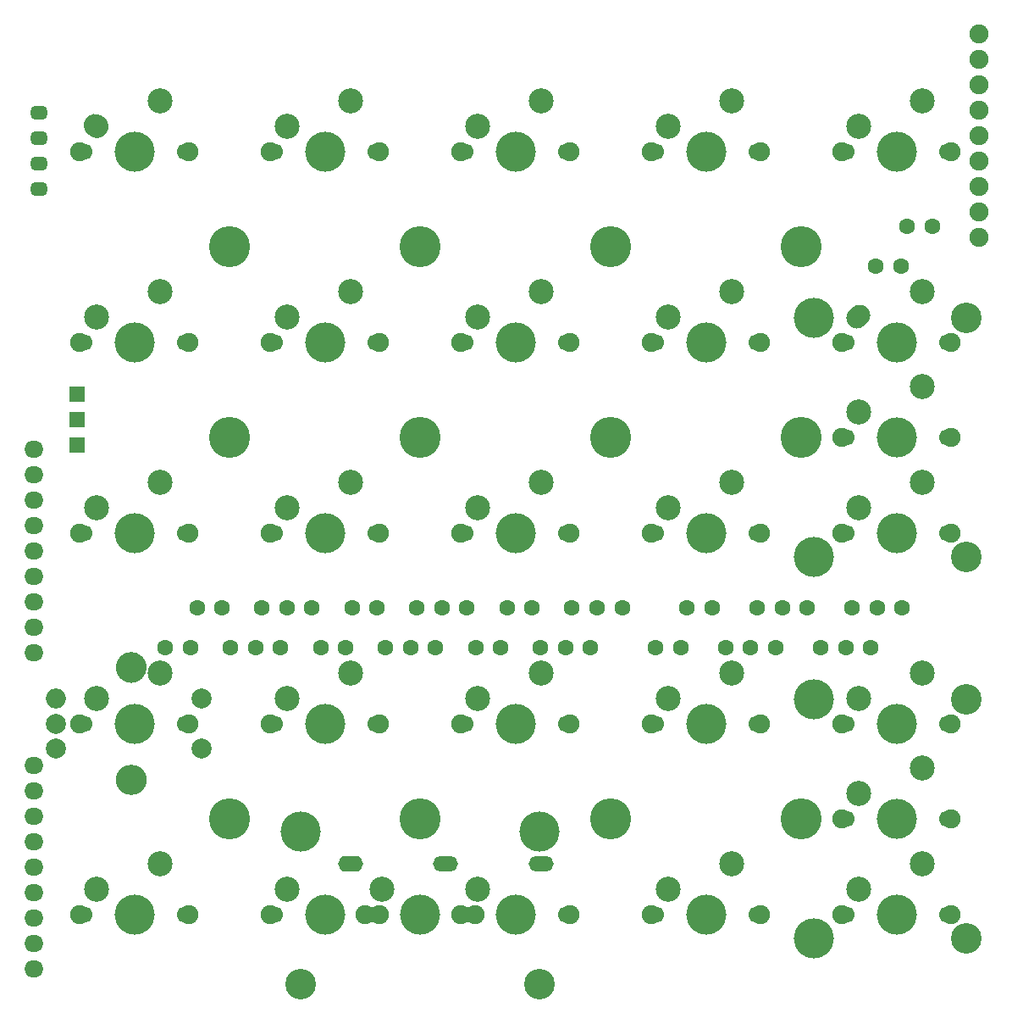
<source format=gbs>
G04 #@! TF.GenerationSoftware,KiCad,Pcbnew,(5.1.9)-1*
G04 #@! TF.CreationDate,2021-04-18T15:15:42+09:00*
G04 #@! TF.ProjectId,_____________,f3adfcb9-a4c3-4c12-98e1-a4f3fa7f2e6b,rev?*
G04 #@! TF.SameCoordinates,Original*
G04 #@! TF.FileFunction,Soldermask,Bot*
G04 #@! TF.FilePolarity,Negative*
%FSLAX46Y46*%
G04 Gerber Fmt 4.6, Leading zero omitted, Abs format (unit mm)*
G04 Created by KiCad (PCBNEW (5.1.9)-1) date 2021-04-18 15:15:42*
%MOMM*%
%LPD*%
G01*
G04 APERTURE LIST*
%ADD10C,1.600000*%
%ADD11C,4.000000*%
%ADD12C,3.050000*%
%ADD13C,1.700000*%
%ADD14C,1.900000*%
%ADD15C,2.500000*%
%ADD16O,2.500000X1.500000*%
%ADD17C,4.100000*%
%ADD18O,2.500000X1.600000*%
%ADD19C,2.000000*%
%ADD20O,3.100000X3.000000*%
%ADD21O,2.000000X2.000000*%
%ADD22O,1.800000X1.439000*%
%ADD23R,1.600000X1.600000*%
%ADD24O,1.900000X1.700000*%
G04 APERTURE END LIST*
D10*
X26430063Y34090573D03*
X29569937Y38109427D03*
D11*
X82260000Y67025000D03*
D12*
X97500000Y67025000D03*
X97500000Y43225000D03*
D11*
X82260000Y43225000D03*
D13*
X85420000Y55125000D03*
X95580000Y55125000D03*
D14*
X96000000Y55125000D03*
D11*
X90500000Y55125000D03*
D15*
X93040000Y60205000D03*
D14*
X85000000Y55125000D03*
D15*
X86690000Y57665000D03*
D13*
X85420000Y45600000D03*
X95580000Y45600000D03*
D15*
X86690000Y48140000D03*
X93040000Y50680000D03*
D14*
X96000000Y45600000D03*
X85000000Y45600000D03*
D11*
X90500000Y45600000D03*
X82260000Y28925000D03*
D12*
X97500000Y28925000D03*
X97500000Y5125000D03*
D11*
X82260000Y5125000D03*
D13*
X85420000Y17025000D03*
X95580000Y17025000D03*
D14*
X96000000Y17025000D03*
D11*
X90500000Y17025000D03*
D15*
X93040000Y22105000D03*
D14*
X85000000Y17025000D03*
D15*
X86690000Y19565000D03*
D13*
X85420000Y7500000D03*
X95580000Y7500000D03*
D15*
X86690000Y10040000D03*
X93040000Y12580000D03*
D14*
X96000000Y7500000D03*
X85000000Y7500000D03*
D11*
X90500000Y7500000D03*
X54775000Y15740000D03*
D12*
X54775000Y500000D03*
X30975000Y500000D03*
D11*
X30975000Y15740000D03*
D13*
X47320000Y7500000D03*
X57480000Y7500000D03*
D14*
X57900000Y7500000D03*
D11*
X52400000Y7500000D03*
D16*
X54940000Y12580000D03*
D14*
X46900000Y7500000D03*
D15*
X48590000Y10040000D03*
D13*
X37795000Y7500000D03*
X47955000Y7500000D03*
D15*
X39065000Y10040000D03*
D16*
X45415000Y12580000D03*
D14*
X48375000Y7500000D03*
X37375000Y7500000D03*
D11*
X42875000Y7500000D03*
D13*
X85420000Y64650000D03*
X95580000Y64650000D03*
G36*
G01*
X85761069Y66353587D02*
X85761069Y66353587D01*
G75*
G02*
X85839894Y67857660I791449J712624D01*
G01*
X86114858Y68105238D01*
G75*
G02*
X87618931Y68026413I712624J-791449D01*
G01*
X87618931Y68026413D01*
G75*
G02*
X87540106Y66522340I-791449J-712624D01*
G01*
X87265142Y66274762D01*
G75*
G02*
X85761069Y66353587I-712624J791449D01*
G01*
G37*
D15*
X93040000Y69730000D03*
D14*
X96000000Y64650000D03*
X85000000Y64650000D03*
D11*
X90500000Y64650000D03*
X71450000Y26550000D03*
D14*
X65950000Y26550000D03*
X76950000Y26550000D03*
D15*
X73990000Y31630000D03*
X67640000Y29090000D03*
D13*
X76530000Y26550000D03*
X66370000Y26550000D03*
X85420000Y26550000D03*
X95580000Y26550000D03*
D15*
X86690000Y29090000D03*
X93040000Y31630000D03*
D14*
X96000000Y26550000D03*
X85000000Y26550000D03*
D11*
X90500000Y26550000D03*
D10*
X73430063Y34090573D03*
X76569937Y38109427D03*
D17*
X42900000Y17050000D03*
X23850000Y74200000D03*
D13*
X28270000Y7500000D03*
X38430000Y7500000D03*
D15*
X29540000Y10040000D03*
D18*
X35890000Y12580000D03*
D14*
X38850000Y7500000D03*
X27850000Y7500000D03*
D11*
X33350000Y7500000D03*
D19*
X21000000Y24050000D03*
X21000000Y29050000D03*
D20*
X14000000Y20950000D03*
G36*
G01*
X12903984Y33246016D02*
X12903984Y33246016D01*
G75*
G02*
X15096016Y33246016I1096016J-1096016D01*
G01*
X15096016Y33246016D01*
G75*
G02*
X15096016Y31053984I-1096016J-1096016D01*
G01*
X15096016Y31053984D01*
G75*
G02*
X12903984Y31053984I-1096016J1096016D01*
G01*
X12903984Y31053984D01*
G75*
G02*
X12903984Y33246016I1096016J1096016D01*
G01*
G37*
D19*
X6500000Y24050000D03*
X6500000Y26550000D03*
D21*
X6500000Y29050000D03*
D13*
X9220000Y64650000D03*
X19380000Y64650000D03*
D15*
X10490000Y67190000D03*
X16840000Y69730000D03*
D14*
X19800000Y64650000D03*
X8800000Y64650000D03*
D11*
X14300000Y64650000D03*
D13*
X9220000Y7500000D03*
X19380000Y7500000D03*
D15*
X10490000Y10040000D03*
X16840000Y12580000D03*
D14*
X19800000Y7500000D03*
X8800000Y7500000D03*
D11*
X14300000Y7500000D03*
D13*
X85420000Y83700000D03*
X95580000Y83700000D03*
D15*
X86690000Y86240000D03*
X93040000Y88780000D03*
D14*
X96000000Y83700000D03*
X85000000Y83700000D03*
D11*
X90500000Y83700000D03*
D22*
X4750000Y87535000D03*
X4750000Y84995000D03*
X4750000Y82455000D03*
X4750000Y79915000D03*
D17*
X81000000Y74200000D03*
X61950000Y74200000D03*
X42900000Y74200000D03*
X81000000Y55150000D03*
X61950000Y55150000D03*
X42900000Y55150000D03*
X23850000Y55150000D03*
X81000000Y17050000D03*
X61950000Y17050000D03*
X23850000Y17050000D03*
D23*
X8600000Y59430000D03*
X8600000Y54350000D03*
X8600000Y56890000D03*
D13*
X66370000Y83700000D03*
X76530000Y83700000D03*
D15*
X67640000Y86240000D03*
X73990000Y88780000D03*
D14*
X76950000Y83700000D03*
X65950000Y83700000D03*
D11*
X71450000Y83700000D03*
X71450000Y64650000D03*
D14*
X65950000Y64650000D03*
X76950000Y64650000D03*
D15*
X73990000Y69730000D03*
X67640000Y67190000D03*
D13*
X76530000Y64650000D03*
X66370000Y64650000D03*
X66370000Y45600000D03*
X76530000Y45600000D03*
D15*
X67640000Y48140000D03*
X73990000Y50680000D03*
D14*
X76950000Y45600000D03*
X65950000Y45600000D03*
D11*
X71450000Y45600000D03*
D13*
X66370000Y7500000D03*
X76530000Y7500000D03*
D15*
X67640000Y10040000D03*
X73990000Y12580000D03*
D14*
X76950000Y7500000D03*
X65950000Y7500000D03*
D11*
X71450000Y7500000D03*
D13*
X47320000Y83700000D03*
X57480000Y83700000D03*
D15*
X48590000Y86240000D03*
X54940000Y88780000D03*
D14*
X57900000Y83700000D03*
X46900000Y83700000D03*
D11*
X52400000Y83700000D03*
D13*
X47320000Y64650000D03*
X57480000Y64650000D03*
D15*
X48590000Y67190000D03*
X54940000Y69730000D03*
D14*
X57900000Y64650000D03*
X46900000Y64650000D03*
D11*
X52400000Y64650000D03*
X52400000Y45600000D03*
D14*
X46900000Y45600000D03*
X57900000Y45600000D03*
D15*
X54940000Y50680000D03*
X48590000Y48140000D03*
D13*
X57480000Y45600000D03*
X47320000Y45600000D03*
X47320000Y26550000D03*
X57480000Y26550000D03*
D15*
X48590000Y29090000D03*
X54940000Y31630000D03*
D14*
X57900000Y26550000D03*
X46900000Y26550000D03*
D11*
X52400000Y26550000D03*
D13*
X28270000Y83700000D03*
X38430000Y83700000D03*
D15*
X29540000Y86240000D03*
X35890000Y88780000D03*
D14*
X38850000Y83700000D03*
X27850000Y83700000D03*
D11*
X33350000Y83700000D03*
D13*
X28270000Y64650000D03*
X38430000Y64650000D03*
D15*
X29540000Y67190000D03*
X35890000Y69730000D03*
D14*
X38850000Y64650000D03*
X27850000Y64650000D03*
D11*
X33350000Y64650000D03*
X33350000Y45600000D03*
D14*
X27850000Y45600000D03*
X38850000Y45600000D03*
D15*
X35890000Y50680000D03*
X29540000Y48140000D03*
D13*
X38430000Y45600000D03*
X28270000Y45600000D03*
D11*
X33350000Y26550000D03*
D14*
X27850000Y26550000D03*
X38850000Y26550000D03*
D15*
X35890000Y31630000D03*
X29540000Y29090000D03*
D13*
X38430000Y26550000D03*
X28270000Y26550000D03*
X9220000Y83700000D03*
X19380000Y83700000D03*
G36*
G01*
X9466060Y86956971D02*
X9466060Y86956971D01*
G75*
G02*
X11067698Y87239383I942025J-659613D01*
G01*
X11231528Y87124667D01*
G75*
G02*
X11513940Y85523029I-659613J-942025D01*
G01*
X11513940Y85523029D01*
G75*
G02*
X9912302Y85240617I-942025J659613D01*
G01*
X9748472Y85355333D01*
G75*
G02*
X9466060Y86956971I659613J942025D01*
G01*
G37*
D15*
X16840000Y88780000D03*
D14*
X19800000Y83700000D03*
X8800000Y83700000D03*
D11*
X14300000Y83700000D03*
X14300000Y45600000D03*
D14*
X8800000Y45600000D03*
X19800000Y45600000D03*
D15*
X16840000Y50680000D03*
X10490000Y48140000D03*
D13*
X19380000Y45600000D03*
X9220000Y45600000D03*
X9220000Y26550000D03*
X19380000Y26550000D03*
D15*
X10490000Y29090000D03*
X16840000Y31630000D03*
D14*
X19800000Y26550000D03*
X8800000Y26550000D03*
D11*
X14300000Y26550000D03*
D14*
X98730000Y95440000D03*
X98730000Y92900000D03*
X98730000Y90360000D03*
X98730000Y87820000D03*
X98730000Y85280000D03*
X98730000Y82740000D03*
X98730000Y80200000D03*
X98730000Y77660000D03*
X98730000Y75120000D03*
D10*
X91569937Y76209427D03*
X88430063Y72190573D03*
X90930063Y72190573D03*
X94069937Y76209427D03*
X87930063Y34090573D03*
X91069937Y38109427D03*
X85430063Y34090573D03*
X88569937Y38109427D03*
X86069937Y38109427D03*
X82930063Y34090573D03*
X78430063Y34090573D03*
X81569937Y38109427D03*
X75930063Y34090573D03*
X79069937Y38109427D03*
X68930063Y34090573D03*
X72069937Y38109427D03*
X66430063Y34090573D03*
X69569937Y38109427D03*
X63069937Y38109427D03*
X59930063Y34090573D03*
X60569937Y38109427D03*
X57430063Y34090573D03*
X54930063Y34090573D03*
X58069937Y38109427D03*
X54069937Y38109427D03*
X50930063Y34090573D03*
X48430063Y34090573D03*
X51569937Y38109427D03*
X47569937Y38109427D03*
X44430063Y34090573D03*
X41930063Y34090573D03*
X45069937Y38109427D03*
X42569937Y38109427D03*
X39430063Y34090573D03*
X36069937Y38109427D03*
X32930063Y34090573D03*
X35430063Y34090573D03*
X38569937Y38109427D03*
X28930063Y34090573D03*
X32069937Y38109427D03*
X27069937Y38109427D03*
X23930063Y34090573D03*
X20569937Y38109427D03*
X17430063Y34090573D03*
X23069937Y38109427D03*
X19930063Y34090573D03*
D24*
X4240000Y33600000D03*
X4240000Y36140000D03*
X4240000Y38680000D03*
X4240000Y41220000D03*
X4240000Y43760000D03*
X4240000Y46300000D03*
X4240000Y48840000D03*
X4240000Y51380000D03*
X4240000Y53920000D03*
X4240000Y22320000D03*
X4240000Y19780000D03*
X4240000Y17240000D03*
X4240000Y14700000D03*
X4240000Y12160000D03*
X4240000Y9620000D03*
X4240000Y7080000D03*
X4240000Y4540000D03*
X4240000Y2000000D03*
M02*

</source>
